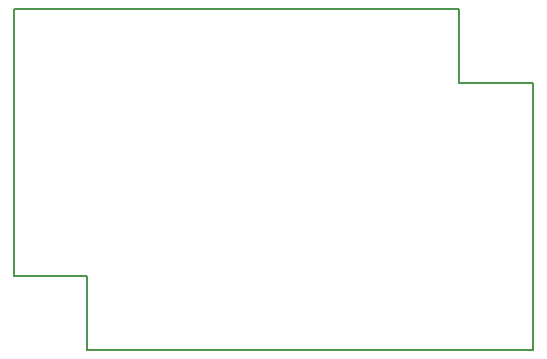
<source format=gm1>
G04 #@! TF.FileFunction,Profile,NP*
%FSLAX46Y46*%
G04 Gerber Fmt 4.6, Leading zero omitted, Abs format (unit mm)*
G04 Created by KiCad (PCBNEW 4.0.7) date 08/08/18 22:55:19*
%MOMM*%
%LPD*%
G01*
G04 APERTURE LIST*
%ADD10C,0.100000*%
%ADD11C,0.150000*%
G04 APERTURE END LIST*
D10*
D11*
X140462000Y-106299000D02*
X140462000Y-83693000D01*
X146685000Y-106299000D02*
X140462000Y-106299000D01*
X146685000Y-112522000D02*
X146685000Y-106299000D01*
X184404000Y-112522000D02*
X146685000Y-112522000D01*
X184404000Y-89916000D02*
X184404000Y-112522000D01*
X178181000Y-89916000D02*
X184404000Y-89916000D01*
X178181000Y-83693000D02*
X178181000Y-89916000D01*
X140462000Y-83693000D02*
X178181000Y-83693000D01*
M02*

</source>
